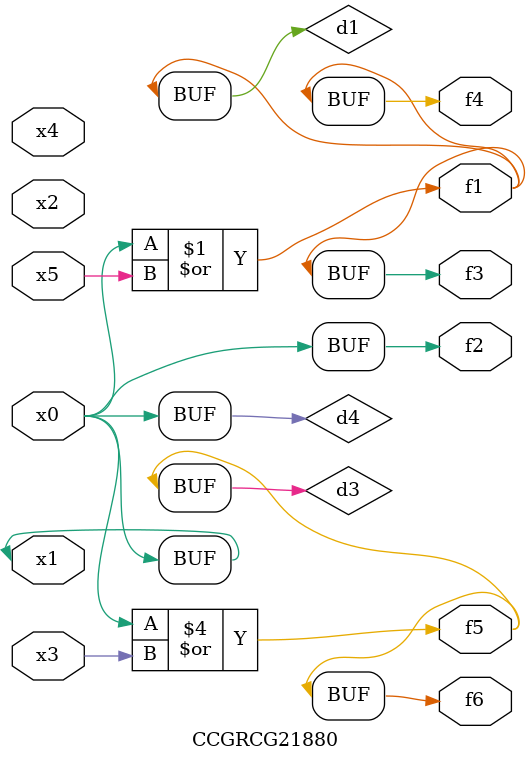
<source format=v>
module CCGRCG21880(
	input x0, x1, x2, x3, x4, x5,
	output f1, f2, f3, f4, f5, f6
);

	wire d1, d2, d3, d4;

	or (d1, x0, x5);
	xnor (d2, x1, x4);
	or (d3, x0, x3);
	buf (d4, x0, x1);
	assign f1 = d1;
	assign f2 = d4;
	assign f3 = d1;
	assign f4 = d1;
	assign f5 = d3;
	assign f6 = d3;
endmodule

</source>
